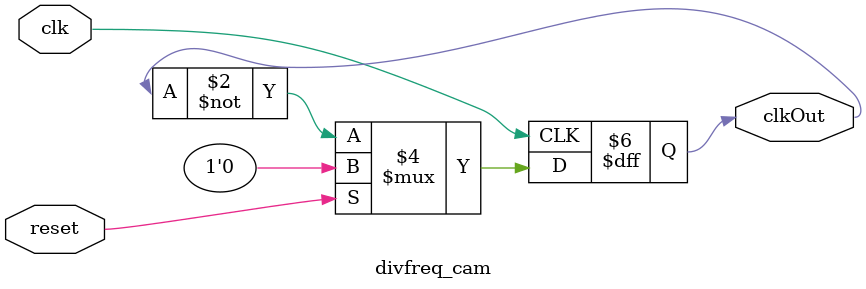
<source format=v>
module divfreq_cam(clkOut, clk, reset);

parameter divFactor = 50000;
parameter maxCount =  25000;

output reg clkOut;
input clk;
input reset;

always @(posedge clk) 
 begin
	if(reset)
          clkOut <= 1'b0;
	else
      	  clkOut <= ~clkOut;
 end

endmodule

</source>
